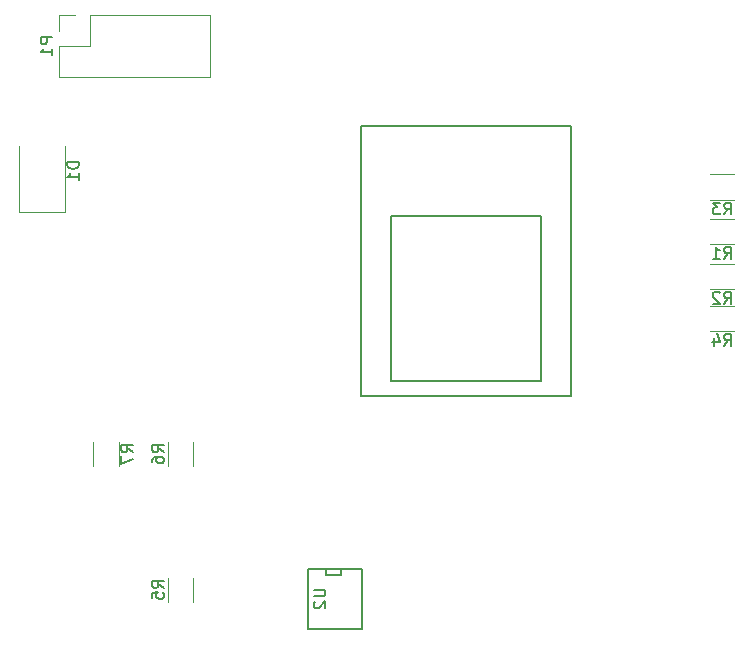
<source format=gbr>
G04 #@! TF.FileFunction,Legend,Bot*
%FSLAX46Y46*%
G04 Gerber Fmt 4.6, Leading zero omitted, Abs format (unit mm)*
G04 Created by KiCad (PCBNEW 4.0.7-e2-6376~61~ubuntu18.04.1) date Mon Dec  9 13:49:03 2019*
%MOMM*%
%LPD*%
G01*
G04 APERTURE LIST*
%ADD10C,0.100000*%
%ADD11C,0.120000*%
%ADD12C,0.150000*%
G04 APERTURE END LIST*
D10*
D11*
X63001200Y-34585600D02*
X63001200Y-39785600D01*
X52781200Y-34585600D02*
X63001200Y-34585600D01*
X50181200Y-39785600D02*
X63001200Y-39785600D01*
X52781200Y-34585600D02*
X52781200Y-37185600D01*
X52781200Y-37185600D02*
X50181200Y-37185600D01*
X50181200Y-37185600D02*
X50181200Y-39785600D01*
X51511200Y-34585600D02*
X50181200Y-34585600D01*
X50181200Y-34585600D02*
X50181200Y-35915600D01*
X50667200Y-51212000D02*
X46767200Y-51212000D01*
X46767200Y-51212000D02*
X46767200Y-45602000D01*
X50667200Y-51212000D02*
X50667200Y-45602000D01*
D12*
X71272400Y-81432400D02*
X71272400Y-86512400D01*
X71272400Y-86512400D02*
X75844400Y-86512400D01*
X75844400Y-86512400D02*
X75844400Y-81432400D01*
X75844400Y-81432400D02*
X71272400Y-81432400D01*
X72796400Y-81432400D02*
X72796400Y-81940400D01*
X72796400Y-81940400D02*
X74066400Y-81940400D01*
X74066400Y-81940400D02*
X74066400Y-81432400D01*
X91020900Y-65532000D02*
X91020900Y-51562000D01*
X91020900Y-51562000D02*
X78320900Y-51562000D01*
X78320900Y-51562000D02*
X78320900Y-65532000D01*
X78320900Y-65532000D02*
X91020900Y-65532000D01*
X93560900Y-66802000D02*
X75780900Y-66802000D01*
X75780900Y-66802000D02*
X75780900Y-43942000D01*
X75780900Y-43942000D02*
X93560900Y-43942000D01*
X93560900Y-43942000D02*
X93560900Y-66802000D01*
D11*
X107324400Y-51812800D02*
X105324400Y-51812800D01*
X105324400Y-53952800D02*
X107324400Y-53952800D01*
X107324400Y-55622800D02*
X105324400Y-55622800D01*
X105324400Y-57762800D02*
X107324400Y-57762800D01*
X107324400Y-48053600D02*
X105324400Y-48053600D01*
X105324400Y-50193600D02*
X107324400Y-50193600D01*
X107324400Y-59178800D02*
X105324400Y-59178800D01*
X105324400Y-61318800D02*
X107324400Y-61318800D01*
X61522000Y-84210400D02*
X61522000Y-82210400D01*
X59382000Y-82210400D02*
X59382000Y-84210400D01*
X61522000Y-72729600D02*
X61522000Y-70729600D01*
X59382000Y-70729600D02*
X59382000Y-72729600D01*
X53082800Y-70729600D02*
X53082800Y-72729600D01*
X55222800Y-72729600D02*
X55222800Y-70729600D01*
D12*
X49633581Y-36447505D02*
X48633581Y-36447505D01*
X48633581Y-36828458D01*
X48681200Y-36923696D01*
X48728819Y-36971315D01*
X48824057Y-37018934D01*
X48966914Y-37018934D01*
X49062152Y-36971315D01*
X49109771Y-36923696D01*
X49157390Y-36828458D01*
X49157390Y-36447505D01*
X49633581Y-37971315D02*
X49633581Y-37399886D01*
X49633581Y-37685600D02*
X48633581Y-37685600D01*
X48776438Y-37590362D01*
X48871676Y-37495124D01*
X48919295Y-37399886D01*
X51869581Y-47013905D02*
X50869581Y-47013905D01*
X50869581Y-47252000D01*
X50917200Y-47394858D01*
X51012438Y-47490096D01*
X51107676Y-47537715D01*
X51298152Y-47585334D01*
X51441010Y-47585334D01*
X51631486Y-47537715D01*
X51726724Y-47490096D01*
X51821962Y-47394858D01*
X51869581Y-47252000D01*
X51869581Y-47013905D01*
X51869581Y-48537715D02*
X51869581Y-47966286D01*
X51869581Y-48252000D02*
X50869581Y-48252000D01*
X51012438Y-48156762D01*
X51107676Y-48061524D01*
X51155295Y-47966286D01*
X71740781Y-83210495D02*
X72550305Y-83210495D01*
X72645543Y-83258114D01*
X72693162Y-83305733D01*
X72740781Y-83400971D01*
X72740781Y-83591448D01*
X72693162Y-83686686D01*
X72645543Y-83734305D01*
X72550305Y-83781924D01*
X71740781Y-83781924D01*
X71836019Y-84210495D02*
X71788400Y-84258114D01*
X71740781Y-84353352D01*
X71740781Y-84591448D01*
X71788400Y-84686686D01*
X71836019Y-84734305D01*
X71931257Y-84781924D01*
X72026495Y-84781924D01*
X72169352Y-84734305D01*
X72740781Y-84162876D01*
X72740781Y-84781924D01*
X106491066Y-55185181D02*
X106824400Y-54708990D01*
X107062495Y-55185181D02*
X107062495Y-54185181D01*
X106681542Y-54185181D01*
X106586304Y-54232800D01*
X106538685Y-54280419D01*
X106491066Y-54375657D01*
X106491066Y-54518514D01*
X106538685Y-54613752D01*
X106586304Y-54661371D01*
X106681542Y-54708990D01*
X107062495Y-54708990D01*
X105538685Y-55185181D02*
X106110114Y-55185181D01*
X105824400Y-55185181D02*
X105824400Y-54185181D01*
X105919638Y-54328038D01*
X106014876Y-54423276D01*
X106110114Y-54470895D01*
X106491066Y-58995181D02*
X106824400Y-58518990D01*
X107062495Y-58995181D02*
X107062495Y-57995181D01*
X106681542Y-57995181D01*
X106586304Y-58042800D01*
X106538685Y-58090419D01*
X106491066Y-58185657D01*
X106491066Y-58328514D01*
X106538685Y-58423752D01*
X106586304Y-58471371D01*
X106681542Y-58518990D01*
X107062495Y-58518990D01*
X106110114Y-58090419D02*
X106062495Y-58042800D01*
X105967257Y-57995181D01*
X105729161Y-57995181D01*
X105633923Y-58042800D01*
X105586304Y-58090419D01*
X105538685Y-58185657D01*
X105538685Y-58280895D01*
X105586304Y-58423752D01*
X106157733Y-58995181D01*
X105538685Y-58995181D01*
X106491066Y-51425981D02*
X106824400Y-50949790D01*
X107062495Y-51425981D02*
X107062495Y-50425981D01*
X106681542Y-50425981D01*
X106586304Y-50473600D01*
X106538685Y-50521219D01*
X106491066Y-50616457D01*
X106491066Y-50759314D01*
X106538685Y-50854552D01*
X106586304Y-50902171D01*
X106681542Y-50949790D01*
X107062495Y-50949790D01*
X106157733Y-50425981D02*
X105538685Y-50425981D01*
X105872019Y-50806933D01*
X105729161Y-50806933D01*
X105633923Y-50854552D01*
X105586304Y-50902171D01*
X105538685Y-50997410D01*
X105538685Y-51235505D01*
X105586304Y-51330743D01*
X105633923Y-51378362D01*
X105729161Y-51425981D01*
X106014876Y-51425981D01*
X106110114Y-51378362D01*
X106157733Y-51330743D01*
X106491066Y-62551181D02*
X106824400Y-62074990D01*
X107062495Y-62551181D02*
X107062495Y-61551181D01*
X106681542Y-61551181D01*
X106586304Y-61598800D01*
X106538685Y-61646419D01*
X106491066Y-61741657D01*
X106491066Y-61884514D01*
X106538685Y-61979752D01*
X106586304Y-62027371D01*
X106681542Y-62074990D01*
X107062495Y-62074990D01*
X105633923Y-61884514D02*
X105633923Y-62551181D01*
X105872019Y-61503562D02*
X106110114Y-62217848D01*
X105491066Y-62217848D01*
X59054381Y-83043734D02*
X58578190Y-82710400D01*
X59054381Y-82472305D02*
X58054381Y-82472305D01*
X58054381Y-82853258D01*
X58102000Y-82948496D01*
X58149619Y-82996115D01*
X58244857Y-83043734D01*
X58387714Y-83043734D01*
X58482952Y-82996115D01*
X58530571Y-82948496D01*
X58578190Y-82853258D01*
X58578190Y-82472305D01*
X58054381Y-83948496D02*
X58054381Y-83472305D01*
X58530571Y-83424686D01*
X58482952Y-83472305D01*
X58435333Y-83567543D01*
X58435333Y-83805639D01*
X58482952Y-83900877D01*
X58530571Y-83948496D01*
X58625810Y-83996115D01*
X58863905Y-83996115D01*
X58959143Y-83948496D01*
X59006762Y-83900877D01*
X59054381Y-83805639D01*
X59054381Y-83567543D01*
X59006762Y-83472305D01*
X58959143Y-83424686D01*
X59054381Y-71562934D02*
X58578190Y-71229600D01*
X59054381Y-70991505D02*
X58054381Y-70991505D01*
X58054381Y-71372458D01*
X58102000Y-71467696D01*
X58149619Y-71515315D01*
X58244857Y-71562934D01*
X58387714Y-71562934D01*
X58482952Y-71515315D01*
X58530571Y-71467696D01*
X58578190Y-71372458D01*
X58578190Y-70991505D01*
X58054381Y-72420077D02*
X58054381Y-72229600D01*
X58102000Y-72134362D01*
X58149619Y-72086743D01*
X58292476Y-71991505D01*
X58482952Y-71943886D01*
X58863905Y-71943886D01*
X58959143Y-71991505D01*
X59006762Y-72039124D01*
X59054381Y-72134362D01*
X59054381Y-72324839D01*
X59006762Y-72420077D01*
X58959143Y-72467696D01*
X58863905Y-72515315D01*
X58625810Y-72515315D01*
X58530571Y-72467696D01*
X58482952Y-72420077D01*
X58435333Y-72324839D01*
X58435333Y-72134362D01*
X58482952Y-72039124D01*
X58530571Y-71991505D01*
X58625810Y-71943886D01*
X56455181Y-71562934D02*
X55978990Y-71229600D01*
X56455181Y-70991505D02*
X55455181Y-70991505D01*
X55455181Y-71372458D01*
X55502800Y-71467696D01*
X55550419Y-71515315D01*
X55645657Y-71562934D01*
X55788514Y-71562934D01*
X55883752Y-71515315D01*
X55931371Y-71467696D01*
X55978990Y-71372458D01*
X55978990Y-70991505D01*
X55455181Y-71896267D02*
X55455181Y-72562934D01*
X56455181Y-72134362D01*
M02*

</source>
